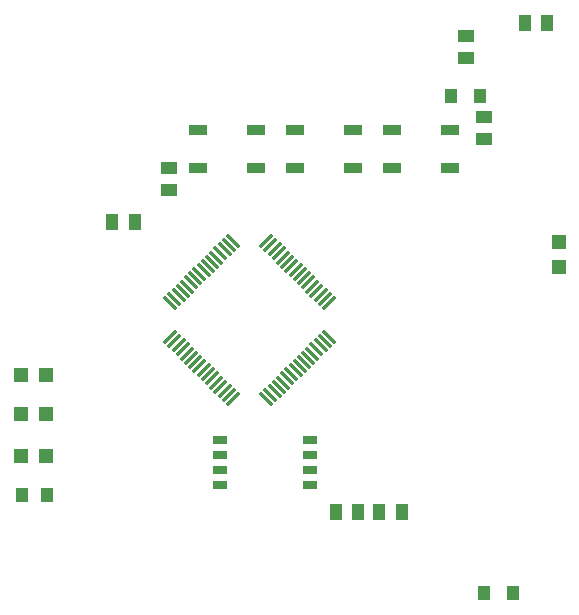
<source format=gtp>
%FSTAX23Y23*%
%MOIN*%
%SFA1B1*%

%IPPOS*%
%AMD21*
4,1,4,-0.025700,0.017400,0.017400,-0.025700,0.025700,-0.017400,-0.017400,0.025700,-0.025700,0.017400,0.0*
%
%AMD22*
4,1,4,0.017400,0.025700,-0.025700,-0.017400,-0.017400,-0.025700,0.025700,0.017400,0.017400,0.025700,0.0*
%
%ADD16R,0.041340X0.055120*%
%ADD17R,0.055120X0.041340*%
%ADD18R,0.059060X0.035430*%
%ADD19R,0.050000X0.029920*%
%ADD20R,0.047240X0.047240*%
G04~CAMADD=21~9~0.0~0.0~610.2~118.1~0.0~0.0~0~0.0~0.0~0.0~0.0~0~0.0~0.0~0.0~0.0~0~0.0~0.0~0.0~135.0~514.0~513.0*
%ADD21D21*%
G04~CAMADD=22~9~0.0~0.0~610.2~118.1~0.0~0.0~0~0.0~0.0~0.0~0.0~0~0.0~0.0~0.0~0.0~0~0.0~0.0~0.0~45.0~514.0~513.0*
%ADD22D22*%
%ADD23R,0.043310X0.047240*%
%ADD24R,0.043310X0.049210*%
%ADD25R,0.047240X0.047240*%
%LNmotor_unit_rev_3-1*%
%LPD*%
G54D16*
X01327Y00385D03*
X01252D03*
X01182D03*
X01107D03*
X00362Y0135D03*
X00437D03*
X01812Y02015D03*
X01737D03*
G54D17*
X0154Y01972D03*
Y01897D03*
X016Y01702D03*
Y01627D03*
X0055Y01457D03*
Y01532D03*
G54D18*
X00841Y0153D03*
Y01659D03*
X00648D03*
Y0153D03*
X01163D03*
Y01659D03*
X00971D03*
Y0153D03*
X01486D03*
Y01659D03*
X01293D03*
Y0153D03*
G54D19*
X0102Y00625D03*
Y00575D03*
Y00525D03*
Y00475D03*
X0072D03*
Y00525D03*
Y00575D03*
Y00625D03*
G54D20*
X0185Y01286D03*
Y01203D03*
G54D21*
X00555Y0108D03*
X00569Y01094D03*
X00583Y01108D03*
X00597Y01122D03*
X00611Y01136D03*
X00625Y0115D03*
X00639Y01164D03*
X00652Y01178D03*
X00666Y01192D03*
X0068Y01205D03*
X00694Y01219D03*
X00708Y01233D03*
X00722Y01247D03*
X00736Y01261D03*
X0075Y01275D03*
X00764Y01289D03*
X01084Y00969D03*
X0107Y00955D03*
X01056Y00941D03*
X01042Y00927D03*
X01028Y00913D03*
X01014Y00899D03*
X01Y00885D03*
X00987Y00871D03*
X00973Y00857D03*
X00959Y00844D03*
X00945Y0083D03*
X00931Y00816D03*
X00917Y00802D03*
X00903Y00788D03*
X00889Y00774D03*
X00875Y0076D03*
G54D22*
X00875Y01289D03*
X00889Y01275D03*
X00903Y01261D03*
X00917Y01247D03*
X00931Y01233D03*
X00945Y01219D03*
X00959Y01205D03*
X00973Y01192D03*
X00987Y01178D03*
X01Y01164D03*
X01014Y0115D03*
X01028Y01136D03*
X01042Y01122D03*
X01056Y01108D03*
X0107Y01094D03*
X01084Y0108D03*
X00764Y0076D03*
X0075Y00774D03*
X00736Y00788D03*
X00722Y00802D03*
X00708Y00816D03*
X00694Y0083D03*
X0068Y00844D03*
X00666Y00857D03*
X00652Y00871D03*
X00639Y00885D03*
X00625Y00899D03*
X00611Y00913D03*
X00597Y00927D03*
X00583Y00941D03*
X00569Y00955D03*
X00555Y00969D03*
G54D23*
X0006Y00443D03*
X00143D03*
G54D24*
X01589Y0177D03*
X0149D03*
X01698Y00115D03*
X016D03*
G54D25*
X00057Y00843D03*
X0014D03*
X00057Y0071D03*
X0014D03*
X00058Y0057D03*
X00141D03*
M02*
</source>
